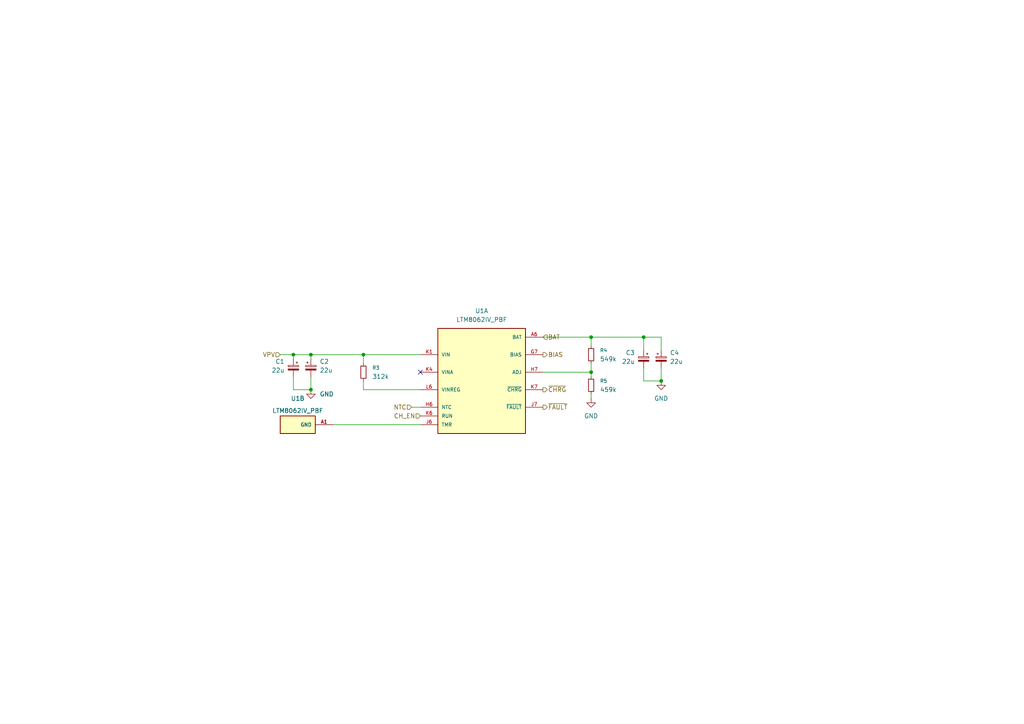
<source format=kicad_sch>
(kicad_sch (version 20250114) (generator "eeschema") (generator_version "9.0")
  (paper "A4")
  (lib_symbols
    (symbol "Device:C_Polarized_Small" (pin_numbers (hide yes)) (pin_names (offset 0.254) (hide yes))
      (property "Reference" "C" (at 0.254 1.778 0))
      (property "Value" "C_Polarized_Small" (at 0.254 -2.032 0))
      (symbol "C_Polarized_Small_0_1"
        (rectangle (start -1.524 0.6858) (end 1.524 0.3048))
        (rectangle (start -1.524 -0.3048) (end 1.524 -0.6858) (fill (type outline)))
        (polyline (pts (xy -1.27 1.524) (xy -0.762 1.524)))
        (polyline (pts (xy -1.016 1.27) (xy -1.016 1.778)))
      )
      (symbol "C_Polarized_Small_1_1"
        (pin passive line (at 0 2.54 270) (length 1.8542) (name "~") (number "1"))
        (pin passive line (at 0 -2.54 90) (length 1.8542) (name "~") (number "2"))
      )
    )
    (symbol "Device:R_Small" (pin_numbers (hide yes)) (pin_names (offset 0.254) (hide yes))
      (property "Reference" "R" (at 0 0 90))
      (property "Value" "R_Small" (at 1.778 0 90))
      (symbol "R_Small_0_1"
        (rectangle (start -0.762 1.778) (end 0.762 -1.778) (stroke (width 0.2032)))
      )
      (symbol "R_Small_1_1"
        (pin passive line (at 0 2.54 270) (length 0.762) (name "~") (number "1"))
        (pin passive line (at 0 -2.54 90) (length 0.762) (name "~") (number "2"))
      )
    )
    (symbol "LTM8062IV_PBF:LTM8062IV_PBF" (pin_names (offset 1.016))
      (property "Reference" "U" (at -12.7 16.002 0))
      (property "Value" "LTM8062IV_PBF" (at -12.7 -17.78 0))
      (symbol "LTM8062IV_PBF_1_0"
        (rectangle (start -12.7 -15.24) (end 12.7 15.24) (stroke (width 0.254)) (fill (type background)))
        (pin input line (at -17.78 7.62 0) (length 5.08) (name "VIN") (number "K1"))
        (pin input line (at -17.78 7.62 0) (length 5.08) (hide yes) (name "VIN") (number "K2"))
        (pin input line (at -17.78 7.62 0) (length 5.08) (hide yes) (name "VIN") (number "K3"))
        (pin input line (at -17.78 7.62 0) (length 5.08) (hide yes) (name "VIN") (number "L1"))
        (pin input line (at -17.78 7.62 0) (length 5.08) (hide yes) (name "VIN") (number "L2"))
        (pin input line (at -17.78 7.62 0) (length 5.08) (hide yes) (name "VIN") (number "L3"))
        (pin input line (at -17.78 2.54 0) (length 5.08) (name "VINA") (number "K4"))
        (pin input line (at -17.78 2.54 0) (length 5.08) (hide yes) (name "VINA") (number "K5"))
        (pin input line (at -17.78 2.54 0) (length 5.08) (hide yes) (name "VINA") (number "L4"))
        (pin input line (at -17.78 2.54 0) (length 5.08) (hide yes) (name "VINA") (number "L5"))
        (pin input line (at -17.78 -2.54 0) (length 5.08) (name "VINREG") (number "L6"))
        (pin input line (at -17.78 -7.62 0) (length 5.08) (name "NTC") (number "H6"))
        (pin input line (at -17.78 -10.16 0) (length 5.08) (name "RUN") (number "K6"))
        (pin passive line (at -17.78 -12.7 0) (length 5.08) (name "TMR") (number "J6"))
        (pin power_in line (at 17.78 12.7 180) (length 5.08) (name "BAT") (number "A6"))
        (pin power_in line (at 17.78 12.7 180) (length 5.08) (hide yes) (name "BAT") (number "A7"))
        (pin power_in line (at 17.78 12.7 180) (length 5.08) (hide yes) (name "BAT") (number "B6"))
        (pin power_in line (at 17.78 12.7 180) (length 5.08) (hide yes) (name "BAT") (number "B7"))
        (pin power_in line (at 17.78 12.7 180) (length 5.08) (hide yes) (name "BAT") (number "C6"))
        (pin power_in line (at 17.78 12.7 180) (length 5.08) (hide yes) (name "BAT") (number "C7"))
        (pin power_in line (at 17.78 12.7 180) (length 5.08) (hide yes) (name "BAT") (number "D6"))
        (pin power_in line (at 17.78 12.7 180) (length 5.08) (hide yes) (name "BAT") (number "D7"))
        (pin power_in line (at 17.78 12.7 180) (length 5.08) (hide yes) (name "BAT") (number "E6"))
        (pin power_in line (at 17.78 12.7 180) (length 5.08) (hide yes) (name "BAT") (number "E7"))
        (pin power_in line (at 17.78 12.7 180) (length 5.08) (hide yes) (name "BAT") (number "F6"))
        (pin power_in line (at 17.78 12.7 180) (length 5.08) (hide yes) (name "BAT") (number "F7"))
        (pin output line (at 17.78 7.62 180) (length 5.08) (name "BIAS") (number "G7"))
        (pin input line (at 17.78 2.54 180) (length 5.08) (name "ADJ") (number "H7"))
        (pin output line (at 17.78 -2.54 180) (length 5.08) (name "~{CHRG}") (number "K7"))
        (pin output line (at 17.78 -7.62 180) (length 5.08) (name "~{FAULT}") (number "J7"))
      )
      (symbol "LTM8062IV_PBF_2_0"
        (rectangle (start -5.08 -2.54) (end 5.08 2.54) (stroke (width 0.254)) (fill (type background)))
        (pin power_in line (at 10.16 0 180) (length 5.08) (name "GND") (number "A1"))
        (pin power_in line (at 10.16 0 180) (length 5.08) (hide yes) (name "GND") (number "A2"))
        (pin power_in line (at 10.16 0 180) (length 5.08) (hide yes) (name "GND") (number "A3"))
        (pin power_in line (at 10.16 0 180) (length 5.08) (hide yes) (name "GND") (number "A4"))
        (pin power_in line (at 10.16 0 180) (length 5.08) (hide yes) (name "GND") (number "A5"))
        (pin power_in line (at 10.16 0 180) (length 5.08) (hide yes) (name "GND") (number "B1"))
        (pin power_in line (at 10.16 0 180) (length 5.08) (hide yes) (name "GND") (number "B2"))
        (pin power_in line (at 10.16 0 180) (length 5.08) (hide yes) (name "GND") (number "B3"))
        (pin power_in line (at 10.16 0 180) (length 5.08) (hide yes) (name "GND") (number "B4"))
        (pin power_in line (at 10.16 0 180) (length 5.08) (hide yes) (name "GND") (number "B5"))
        (pin power_in line (at 10.16 0 180) (length 5.08) (hide yes) (name "GND") (number "C1"))
        (pin power_in line (at 10.16 0 180) (length 5.08) (hide yes) (name "GND") (number "C2"))
        (pin power_in line (at 10.16 0 180) (length 5.08) (hide yes) (name "GND") (number "C3"))
        (pin power_in line (at 10.16 0 180) (length 5.08) (hide yes) (name "GND") (number "C4"))
        (pin power_in line (at 10.16 0 180) (length 5.08) (hide yes) (name "GND") (number "C5"))
        (pin power_in line (at 10.16 0 180) (length 5.08) (hide yes) (name "GND") (number "D1"))
        (pin power_in line (at 10.16 0 180) (length 5.08) (hide yes) (name "GND") (number "D2"))
        (pin power_in line (at 10.16 0 180) (length 5.08) (hide yes) (name "GND") (number "D3"))
        (pin power_in line (at 10.16 0 180) (length 5.08) (hide yes) (name "GND") (number "D4"))
        (pin power_in line (at 10.16 0 180) (length 5.08) (hide yes) (name "GND") (number "D5"))
        (pin power_in line (at 10.16 0 180) (length 5.08) (hide yes) (name "GND") (number "E1"))
        (pin power_in line (at 10.16 0 180) (length 5.08) (hide yes) (name "GND") (number "E2"))
        (pin power_in line (at 10.16 0 180) (length 5.08) (hide yes) (name "GND") (number "E3"))
        (pin power_in line (at 10.16 0 180) (length 5.08) (hide yes) (name "GND") (number "E4"))
        (pin power_in line (at 10.16 0 180) (length 5.08) (hide yes) (name "GND") (number "E5"))
        (pin power_in line (at 10.16 0 180) (length 5.08) (hide yes) (name "GND") (number "F1"))
        (pin power_in line (at 10.16 0 180) (length 5.08) (hide yes) (name "GND") (number "F2"))
        (pin power_in line (at 10.16 0 180) (length 5.08) (hide yes) (name "GND") (number "F3"))
        (pin power_in line (at 10.16 0 180) (length 5.08) (hide yes) (name "GND") (number "F4"))
        (pin power_in line (at 10.16 0 180) (length 5.08) (hide yes) (name "GND") (number "F5"))
        (pin power_in line (at 10.16 0 180) (length 5.08) (hide yes) (name "GND") (number "G1"))
        (pin power_in line (at 10.16 0 180) (length 5.08) (hide yes) (name "GND") (number "G2"))
        (pin power_in line (at 10.16 0 180) (length 5.08) (hide yes) (name "GND") (number "G3"))
        (pin power_in line (at 10.16 0 180) (length 5.08) (hide yes) (name "GND") (number "G4"))
        (pin power_in line (at 10.16 0 180) (length 5.08) (hide yes) (name "GND") (number "G5"))
        (pin power_in line (at 10.16 0 180) (length 5.08) (hide yes) (name "GND") (number "G6"))
        (pin power_in line (at 10.16 0 180) (length 5.08) (hide yes) (name "GND") (number "H1"))
        (pin power_in line (at 10.16 0 180) (length 5.08) (hide yes) (name "GND") (number "H2"))
        (pin power_in line (at 10.16 0 180) (length 5.08) (hide yes) (name "GND") (number "H3"))
        (pin power_in line (at 10.16 0 180) (length 5.08) (hide yes) (name "GND") (number "H4"))
        (pin power_in line (at 10.16 0 180) (length 5.08) (hide yes) (name "GND") (number "H5"))
        (pin power_in line (at 10.16 0 180) (length 5.08) (hide yes) (name "GND") (number "J1"))
        (pin power_in line (at 10.16 0 180) (length 5.08) (hide yes) (name "GND") (number "J2"))
        (pin power_in line (at 10.16 0 180) (length 5.08) (hide yes) (name "GND") (number "J3"))
        (pin power_in line (at 10.16 0 180) (length 5.08) (hide yes) (name "GND") (number "J4"))
        (pin power_in line (at 10.16 0 180) (length 5.08) (hide yes) (name "GND") (number "J5"))
        (pin power_in line (at 10.16 0 180) (length 5.08) (hide yes) (name "GND") (number "L7"))
      )
    )
    (symbol "power:GND" (power) (pin_numbers (hide yes)) (pin_names (offset 0) (hide yes))
      (property "Value" "GND" (at 0 -3.81 0))
      (symbol "GND_0_1"
        (polyline (pts (xy 0 0) (xy 0 -1.27) (xy 1.27 -1.27) (xy 0 -2.54) (xy -1.27 -1.27) (xy 0 -1.27)))
      )
      (symbol "GND_1_1"
        (pin power_in line (at 0 0 270) (length 0) (name "~") (number "1"))
      )
    )
  )
  (junction (at 171.45 97.79))
  (junction (at 85.09 102.87))
  (junction (at 171.45 107.95))
  (junction (at 90.17 113.03))
  (junction (at 186.69 97.79))
  (junction (at 191.77 110.49))
  (junction (at 90.17 102.87))
  (junction (at 105.41 102.87))
  (no_connect (at 121.92 107.95))
  (wire (pts (xy 90.17 109.22) (xy 90.17 113.03)))
  (wire (pts (xy 171.45 105.41) (xy 171.45 107.95)))
  (wire (pts (xy 171.45 115.57) (xy 171.45 114.3)))
  (wire (pts (xy 85.09 102.87) (xy 85.09 104.14)))
  (wire (pts (xy 157.48 107.95) (xy 171.45 107.95)))
  (wire (pts (xy 85.09 113.03) (xy 90.17 113.03)))
  (wire (pts (xy 105.41 102.87) (xy 121.92 102.87)))
  (wire (pts (xy 186.69 110.49) (xy 191.77 110.49)))
  (wire (pts (xy 171.45 97.79) (xy 157.48 97.79)))
  (wire (pts (xy 90.17 102.87) (xy 105.41 102.87)))
  (wire (pts (xy 85.09 109.22) (xy 85.09 113.03)))
  (wire (pts (xy 85.09 102.87) (xy 90.17 102.87)))
  (wire (pts (xy 81.28 102.87) (xy 85.09 102.87)))
  (wire (pts (xy 186.69 106.68) (xy 186.69 110.49)))
  (wire (pts (xy 171.45 97.79) (xy 186.69 97.79)))
  (wire (pts (xy 96.52 123.19) (xy 121.92 123.19)))
  (wire (pts (xy 90.17 102.87) (xy 90.17 104.14)))
  (wire (pts (xy 105.41 110.49) (xy 105.41 113.03)))
  (wire (pts (xy 191.77 97.79) (xy 191.77 101.6)))
  (wire (pts (xy 171.45 107.95) (xy 171.45 109.22)))
  (wire (pts (xy 186.69 97.79) (xy 186.69 101.6)))
  (wire (pts (xy 105.41 113.03) (xy 121.92 113.03)))
  (wire (pts (xy 171.45 100.33) (xy 171.45 97.79)))
  (wire (pts (xy 186.69 97.79) (xy 191.77 97.79)))
  (wire (pts (xy 105.41 102.87) (xy 105.41 105.41)))
  (wire (pts (xy 191.77 106.68) (xy 191.77 110.49)))
  (wire (pts (xy 119.38 118.11) (xy 121.92 118.11)))
  (hierarchical_label "CH_EN" (shape input) (at 121.92 120.65 180))
  (hierarchical_label "BIAS" (shape output) (at 157.48 102.87 0))
  (hierarchical_label "~{CHRG}" (shape output) (at 157.48 113.03 0))
  (hierarchical_label "BAT" (shape input) (at 157.48 97.79 0))
  (hierarchical_label "VPV" (shape input) (at 81.28 102.87 180))
  (hierarchical_label "~{FAULT}" (shape output) (at 157.48 118.11 0))
  (hierarchical_label "NTC" (shape input) (at 119.38 118.11 180))
  (symbol (lib_id "Device:R_Small") (at 105.41 107.95 0) (unit 1)
    (property "Reference" "R3" (at 107.95 106.6799 0) (effects (font (size 1.016 1.016)) (justify left)))
    (property "Value" "312k" (at 107.95 109.2199 0) (effects (justify left)))
    (property "Footprint" "Resistor_SMD:R_0603_1608Metric" (effects (hide yes)))
    (property "Description" "Resistor, small symbol" (effects (hide yes)))
  )
  (symbol (lib_id "Device:C_Polarized_Small") (at 186.69 104.14 0) (mirror y) (unit 1)
    (property "Reference" "C3" (at 184.15 102.3238 0) (effects (justify left)))
    (property "Value" "22u" (at 184.15 104.8638 0) (effects (justify left)))
    (property "Footprint" "Capacitor_SMD:C_1206_3216Metric" (effects (hide yes)))
    (property "Description" "Polarized capacitor, small symbol" (effects (hide yes)))
  )
  (symbol (lib_id "LTM8062IV_PBF:LTM8062IV_PBF") (at 86.36 123.19 0) (unit 2)
    (property "Reference" "U1" (at 86.36 115.57 0))
    (property "Value" "LTM8062IV_PBF" (at 86.36 119.126 0))
    (property "Footprint" "CubeSatLib:IC_LTM8062IV_PBF" (effects (hide yes)))
    (property "MF" "Analog Devices" (effects (hide yes)))
    (property "MAXIMUM_PACKAGE_HEIGHT" "4.42mm" (effects (hide yes)))
    (property "Package" "LGA-77 Linear Technology" (effects (hide yes)))
    (property "Price" "None" (effects (hide yes)))
    (property "Check_prices" "https://www.snapeda.com/parts/LTM8062IV%23PBF/Analog+Devices/view-part/?ref=eda" (effects (hide yes)))
    (property "STANDARD" "Manufacturer Recommendations" (effects (hide yes)))
    (property "PARTREV" "D" (effects (hide yes)))
    (property "SnapEDA_Link" "https://www.snapeda.com/parts/LTM8062IV%23PBF/Analog+Devices/view-part/?ref=snap" (effects (hide yes)))
    (property "MP" "LTM8062IV#PBF" (effects (hide yes)))
    (property "Description_1" "32VIN, 2A μModule (Power Module) Power Tracking Battery Charger" (effects (hide yes)))
    (property "Availability" "In Stock" (effects (hide yes)))
    (property "MANUFACTURER" "Analog Devices" (effects (hide yes)))
  )
  (symbol (lib_id "power:GND") (at 90.17 113.03 0) (unit 1)
    (property "Reference" "#PWR012" (effects (hide yes)))
    (property "Value" "GND" (at 92.71 114.2999 0) (effects (justify left)))
    (property "Description" "Power symbol creates a global label with name \"GND\" , ground" (effects (hide yes)))
  )
  (symbol (lib_id "power:GND") (at 171.45 115.57 0) (unit 1)
    (property "Reference" "#PWR013" (effects (hide yes)))
    (property "Value" "GND" (at 171.45 120.65 0))
    (property "Description" "Power symbol creates a global label with name \"GND\" , ground" (effects (hide yes)))
  )
  (symbol (lib_id "Device:R_Small") (at 171.45 102.87 0) (unit 1)
    (property "Reference" "R4" (at 173.99 101.5999 0) (effects (font (size 1.016 1.016)) (justify left)))
    (property "Value" "549k" (at 173.99 104.1399 0) (effects (justify left)))
    (property "Footprint" "Resistor_SMD:R_0603_1608Metric" (effects (hide yes)))
    (property "Description" "Resistor, small symbol" (effects (hide yes)))
  )
  (symbol (lib_id "power:GND") (at 191.77 110.49 0) (unit 1)
    (property "Reference" "#PWR014" (effects (hide yes)))
    (property "Value" "GND" (at 191.77 115.57 0))
    (property "Description" "Power symbol creates a global label with name \"GND\" , ground" (effects (hide yes)))
  )
  (symbol (lib_id "LTM8062IV_PBF:LTM8062IV_PBF") (at 139.7 110.49 0) (unit 1)
    (property "Reference" "U1" (at 139.7 90.17 0))
    (property "Value" "LTM8062IV_PBF" (at 139.7 92.71 0))
    (property "Footprint" "CubeSatLib:IC_LTM8062IV_PBF" (effects (hide yes)))
    (property "MF" "Analog Devices" (effects (hide yes)))
    (property "MAXIMUM_PACKAGE_HEIGHT" "4.42mm" (effects (hide yes)))
    (property "Package" "LGA-77 Linear Technology" (effects (hide yes)))
    (property "Price" "None" (effects (hide yes)))
    (property "Check_prices" "https://www.snapeda.com/parts/LTM8062IV%23PBF/Analog+Devices/view-part/?ref=eda" (effects (hide yes)))
    (property "STANDARD" "Manufacturer Recommendations" (effects (hide yes)))
    (property "PARTREV" "D" (effects (hide yes)))
    (property "SnapEDA_Link" "https://www.snapeda.com/parts/LTM8062IV%23PBF/Analog+Devices/view-part/?ref=snap" (effects (hide yes)))
    (property "MP" "LTM8062IV#PBF" (effects (hide yes)))
    (property "Description_1" "32VIN, 2A μModule (Power Module) Power Tracking Battery Charger" (effects (hide yes)))
    (property "Availability" "In Stock" (effects (hide yes)))
    (property "MANUFACTURER" "Analog Devices" (effects (hide yes)))
  )
  (symbol (lib_id "Device:R_Small") (at 171.45 111.76 0) (unit 1)
    (property "Reference" "R5" (at 173.99 110.4899 0) (effects (font (size 1.016 1.016)) (justify left)))
    (property "Value" "459k" (at 173.99 113.0299 0) (effects (justify left)))
    (property "Footprint" "Resistor_SMD:R_0603_1608Metric" (effects (hide yes)))
    (property "Description" "Resistor, small symbol" (effects (hide yes)))
  )
  (symbol (lib_id "Device:C_Polarized_Small") (at 85.09 106.68 0) (mirror y) (unit 1)
    (property "Reference" "C1" (at 82.55 104.8638 0) (effects (justify left)))
    (property "Value" "22u" (at 82.55 107.4038 0) (effects (justify left)))
    (property "Footprint" "Capacitor_SMD:C_1206_3216Metric" (effects (hide yes)))
    (property "Description" "Polarized capacitor, small symbol" (effects (hide yes)))
  )
  (symbol (lib_id "Device:C_Polarized_Small") (at 191.77 104.14 0) (unit 1)
    (property "Reference" "C4" (at 194.31 102.3238 0) (effects (justify left)))
    (property "Value" "22u" (at 194.31 104.8638 0) (effects (justify left)))
    (property "Footprint" "Capacitor_SMD:C_1206_3216Metric" (effects (hide yes)))
    (property "Description" "Polarized capacitor, small symbol" (effects (hide yes)))
  )
  (symbol (lib_id "Device:C_Polarized_Small") (at 90.17 106.68 0) (unit 1)
    (property "Reference" "C2" (at 92.71 104.8638 0) (effects (justify left)))
    (property "Value" "22u" (at 92.71 107.4038 0) (effects (justify left)))
    (property "Footprint" "Capacitor_SMD:C_1206_3216Metric" (effects (hide yes)))
    (property "Description" "Polarized capacitor, small symbol" (effects (hide yes)))
  )
)
</source>
